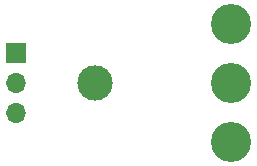
<source format=gbr>
%TF.GenerationSoftware,KiCad,Pcbnew,5.1.5-52549c5~86~ubuntu16.04.1*%
%TF.CreationDate,2020-11-12T16:56:08+05:30*%
%TF.ProjectId,Potentiometer Module V1.0,506f7465-6e74-4696-9f6d-65746572204d,V1.0*%
%TF.SameCoordinates,Original*%
%TF.FileFunction,Soldermask,Top*%
%TF.FilePolarity,Negative*%
%FSLAX46Y46*%
G04 Gerber Fmt 4.6, Leading zero omitted, Abs format (unit mm)*
G04 Created by KiCad (PCBNEW 5.1.5-52549c5~86~ubuntu16.04.1) date 2020-11-12 16:56:08*
%MOMM*%
%LPD*%
G04 APERTURE LIST*
%ADD10O,3.400000X3.400000*%
%ADD11C,3.000000*%
%ADD12O,1.700000X1.700000*%
%ADD13R,1.700000X1.700000*%
G04 APERTURE END LIST*
D10*
%TO.C,RV1*%
X148717000Y-97155000D03*
X148717000Y-92155000D03*
X148717000Y-87155000D03*
%TD*%
D11*
%TO.C,H1*%
X137262721Y-92172113D03*
%TD*%
D12*
%TO.C,J1*%
X130560404Y-94680000D03*
X130560404Y-92140000D03*
D13*
X130560404Y-89600000D03*
%TD*%
M02*

</source>
